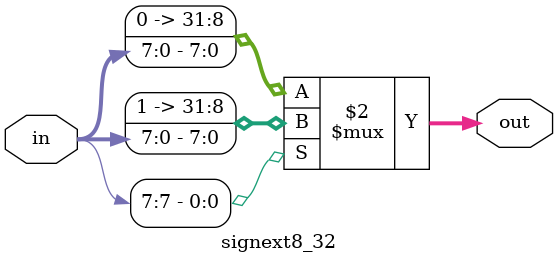
<source format=v>

module signext8_32(input wire [7:0] in, output wire[31:0] out);

    assign out = (in[7] == 0) ? {{24{1'b0}}, in} : {{24{1'b1}}, in};

endmodule
</source>
